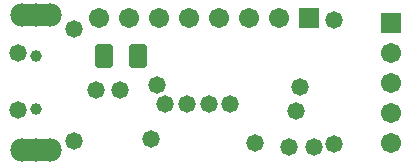
<source format=gbs>
%FSLAX24Y24*%
%MOIN*%
G70*
G01*
G75*
G04 Layer_Color=16711935*
%ADD10R,0.0280X0.0360*%
%ADD11R,0.0360X0.0280*%
%ADD12R,0.0400X0.0400*%
%ADD13O,0.0177X0.0827*%
%ADD14R,0.0827X0.0197*%
%ADD15C,0.0100*%
%ADD16C,0.0200*%
%ADD17C,0.0591*%
%ADD18R,0.0591X0.0591*%
%ADD19R,0.0591X0.0591*%
%ADD20C,0.0315*%
%ADD21O,0.1575X0.0650*%
%ADD22C,0.0700*%
%ADD23C,0.0500*%
G04:AMPARAMS|DCode=24|XSize=70.9mil|YSize=51.2mil|CornerRadius=6.4mil|HoleSize=0mil|Usage=FLASHONLY|Rotation=270.000|XOffset=0mil|YOffset=0mil|HoleType=Round|Shape=RoundedRectangle|*
%AMROUNDEDRECTD24*
21,1,0.0709,0.0384,0,0,270.0*
21,1,0.0581,0.0512,0,0,270.0*
1,1,0.0128,-0.0192,-0.0290*
1,1,0.0128,-0.0192,0.0290*
1,1,0.0128,0.0192,0.0290*
1,1,0.0128,0.0192,-0.0290*
%
%ADD24ROUNDEDRECTD24*%
%ADD25C,0.0236*%
%ADD26C,0.0098*%
%ADD27C,0.0010*%
%ADD28C,0.0079*%
%ADD29R,0.0360X0.0440*%
%ADD30R,0.0440X0.0360*%
%ADD31R,0.0480X0.0480*%
%ADD32O,0.0257X0.0907*%
%ADD33R,0.0907X0.0277*%
%ADD34C,0.0671*%
%ADD35R,0.0671X0.0671*%
%ADD36R,0.0671X0.0671*%
%ADD37C,0.0395*%
%ADD38O,0.1655X0.0730*%
%ADD39C,0.0780*%
%ADD40C,0.0580*%
G04:AMPARAMS|DCode=41|XSize=78.9mil|YSize=59.2mil|CornerRadius=10.4mil|HoleSize=0mil|Usage=FLASHONLY|Rotation=270.000|XOffset=0mil|YOffset=0mil|HoleType=Round|Shape=RoundedRectangle|*
%AMROUNDEDRECTD41*
21,1,0.0789,0.0384,0,0,270.0*
21,1,0.0581,0.0592,0,0,270.0*
1,1,0.0208,-0.0192,-0.0290*
1,1,0.0208,-0.0192,0.0290*
1,1,0.0208,0.0192,0.0290*
1,1,0.0208,0.0192,-0.0290*
%
%ADD41ROUNDEDRECTD41*%
D34*
X34409Y28205D02*
D03*
Y29205D02*
D03*
Y30205D02*
D03*
Y31205D02*
D03*
X30693Y32362D02*
D03*
X29693D02*
D03*
X28693D02*
D03*
X27693D02*
D03*
X26693D02*
D03*
X25693D02*
D03*
X24693D02*
D03*
D35*
X34409Y32205D02*
D03*
D36*
X31693Y32362D02*
D03*
D37*
X22598Y29331D02*
D03*
Y31102D02*
D03*
D38*
Y27972D02*
D03*
Y32461D02*
D03*
D39*
X23071Y32461D02*
D03*
X22126D02*
D03*
X22598Y32461D02*
D03*
Y27953D02*
D03*
X22126Y27953D02*
D03*
X23071D02*
D03*
D40*
X25394Y29961D02*
D03*
X28346Y29488D02*
D03*
X31260Y29252D02*
D03*
X26417Y28346D02*
D03*
X24606Y29961D02*
D03*
X23858Y28268D02*
D03*
X23858Y32008D02*
D03*
X22008Y29291D02*
D03*
Y31181D02*
D03*
X26614Y30118D02*
D03*
X29055Y29488D02*
D03*
X26890D02*
D03*
X27638D02*
D03*
X29882Y28189D02*
D03*
X31024Y28071D02*
D03*
X31850D02*
D03*
X31378Y30079D02*
D03*
X32539Y32283D02*
D03*
Y28150D02*
D03*
D41*
X26004Y31102D02*
D03*
X24862D02*
D03*
M02*

</source>
